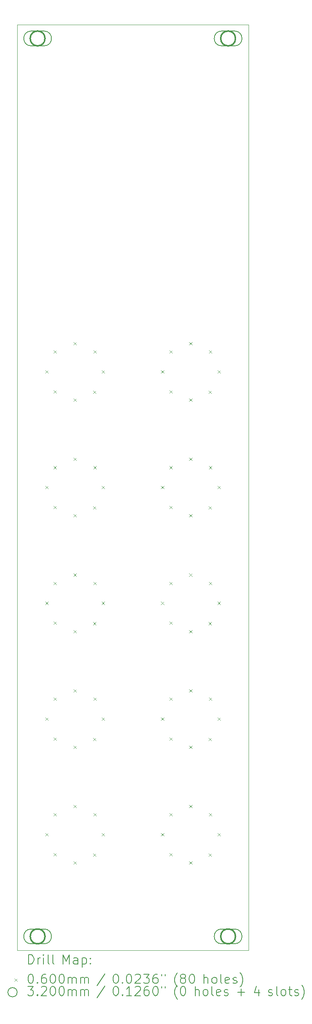
<source format=gbr>
%TF.GenerationSoftware,KiCad,Pcbnew,7.0.0-da2b9df05c~163~ubuntu22.04.1*%
%TF.CreationDate,2023-02-21T20:52:09-05:00*%
%TF.ProjectId,multiples_panel,6d756c74-6970-46c6-9573-5f70616e656c,rev?*%
%TF.SameCoordinates,Original*%
%TF.FileFunction,Drillmap*%
%TF.FilePolarity,Positive*%
%FSLAX45Y45*%
G04 Gerber Fmt 4.5, Leading zero omitted, Abs format (unit mm)*
G04 Created by KiCad (PCBNEW 7.0.0-da2b9df05c~163~ubuntu22.04.1) date 2023-02-21 20:52:09*
%MOMM*%
%LPD*%
G01*
G04 APERTURE LIST*
%ADD10C,0.050000*%
%ADD11C,0.200000*%
%ADD12C,0.060000*%
%ADD13C,0.320000*%
G04 APERTURE END LIST*
D10*
X10000000Y-21500000D02*
X10000000Y-1500000D01*
X15000000Y-21500000D02*
X10000000Y-21500000D01*
X10000000Y-1500000D02*
X15000000Y-1500000D01*
X15000000Y-1500000D02*
X15000000Y-21500000D01*
D11*
D12*
X10610000Y-8970000D02*
X10670000Y-9030000D01*
X10670000Y-8970000D02*
X10610000Y-9030000D01*
X10610000Y-11470000D02*
X10670000Y-11530000D01*
X10670000Y-11470000D02*
X10610000Y-11530000D01*
X10610000Y-13970000D02*
X10670000Y-14030000D01*
X10670000Y-13970000D02*
X10610000Y-14030000D01*
X10610000Y-16470000D02*
X10670000Y-16530000D01*
X10670000Y-16470000D02*
X10610000Y-16530000D01*
X10610000Y-18970000D02*
X10670000Y-19030000D01*
X10670000Y-18970000D02*
X10610000Y-19030000D01*
X10790000Y-8540000D02*
X10850000Y-8600000D01*
X10850000Y-8540000D02*
X10790000Y-8600000D01*
X10790000Y-9400000D02*
X10850000Y-9460000D01*
X10850000Y-9400000D02*
X10790000Y-9460000D01*
X10790000Y-11040000D02*
X10850000Y-11100000D01*
X10850000Y-11040000D02*
X10790000Y-11100000D01*
X10790000Y-11900000D02*
X10850000Y-11960000D01*
X10850000Y-11900000D02*
X10790000Y-11960000D01*
X10790000Y-13540000D02*
X10850000Y-13600000D01*
X10850000Y-13540000D02*
X10790000Y-13600000D01*
X10790000Y-14400000D02*
X10850000Y-14460000D01*
X10850000Y-14400000D02*
X10790000Y-14460000D01*
X10790000Y-16040000D02*
X10850000Y-16100000D01*
X10850000Y-16040000D02*
X10790000Y-16100000D01*
X10790000Y-16900000D02*
X10850000Y-16960000D01*
X10850000Y-16900000D02*
X10790000Y-16960000D01*
X10790000Y-18540000D02*
X10850000Y-18600000D01*
X10850000Y-18540000D02*
X10790000Y-18600000D01*
X10790000Y-19400000D02*
X10850000Y-19460000D01*
X10850000Y-19400000D02*
X10790000Y-19460000D01*
X11220000Y-8360000D02*
X11280000Y-8420000D01*
X11280000Y-8360000D02*
X11220000Y-8420000D01*
X11220000Y-9580000D02*
X11280000Y-9640000D01*
X11280000Y-9580000D02*
X11220000Y-9640000D01*
X11220000Y-10860000D02*
X11280000Y-10920000D01*
X11280000Y-10860000D02*
X11220000Y-10920000D01*
X11220000Y-12080000D02*
X11280000Y-12140000D01*
X11280000Y-12080000D02*
X11220000Y-12140000D01*
X11220000Y-13360000D02*
X11280000Y-13420000D01*
X11280000Y-13360000D02*
X11220000Y-13420000D01*
X11220000Y-14580000D02*
X11280000Y-14640000D01*
X11280000Y-14580000D02*
X11220000Y-14640000D01*
X11220000Y-15860000D02*
X11280000Y-15920000D01*
X11280000Y-15860000D02*
X11220000Y-15920000D01*
X11220000Y-17080000D02*
X11280000Y-17140000D01*
X11280000Y-17080000D02*
X11220000Y-17140000D01*
X11220000Y-18360000D02*
X11280000Y-18420000D01*
X11280000Y-18360000D02*
X11220000Y-18420000D01*
X11220000Y-19580000D02*
X11280000Y-19640000D01*
X11280000Y-19580000D02*
X11220000Y-19640000D01*
X11640000Y-9410000D02*
X11700000Y-9470000D01*
X11700000Y-9410000D02*
X11640000Y-9470000D01*
X11640000Y-11910000D02*
X11700000Y-11970000D01*
X11700000Y-11910000D02*
X11640000Y-11970000D01*
X11640000Y-14410000D02*
X11700000Y-14470000D01*
X11700000Y-14410000D02*
X11640000Y-14470000D01*
X11640000Y-16910000D02*
X11700000Y-16970000D01*
X11700000Y-16910000D02*
X11640000Y-16970000D01*
X11640000Y-19410000D02*
X11700000Y-19470000D01*
X11700000Y-19410000D02*
X11640000Y-19470000D01*
X11650000Y-8540000D02*
X11710000Y-8600000D01*
X11710000Y-8540000D02*
X11650000Y-8600000D01*
X11650000Y-11040000D02*
X11710000Y-11100000D01*
X11710000Y-11040000D02*
X11650000Y-11100000D01*
X11650000Y-13540000D02*
X11710000Y-13600000D01*
X11710000Y-13540000D02*
X11650000Y-13600000D01*
X11650000Y-16040000D02*
X11710000Y-16100000D01*
X11710000Y-16040000D02*
X11650000Y-16100000D01*
X11650000Y-18540000D02*
X11710000Y-18600000D01*
X11710000Y-18540000D02*
X11650000Y-18600000D01*
X11830000Y-8970000D02*
X11890000Y-9030000D01*
X11890000Y-8970000D02*
X11830000Y-9030000D01*
X11830000Y-11470000D02*
X11890000Y-11530000D01*
X11890000Y-11470000D02*
X11830000Y-11530000D01*
X11830000Y-13970000D02*
X11890000Y-14030000D01*
X11890000Y-13970000D02*
X11830000Y-14030000D01*
X11830000Y-16470000D02*
X11890000Y-16530000D01*
X11890000Y-16470000D02*
X11830000Y-16530000D01*
X11830000Y-18970000D02*
X11890000Y-19030000D01*
X11890000Y-18970000D02*
X11830000Y-19030000D01*
X13110000Y-8970000D02*
X13170000Y-9030000D01*
X13170000Y-8970000D02*
X13110000Y-9030000D01*
X13110000Y-11470000D02*
X13170000Y-11530000D01*
X13170000Y-11470000D02*
X13110000Y-11530000D01*
X13110000Y-13970000D02*
X13170000Y-14030000D01*
X13170000Y-13970000D02*
X13110000Y-14030000D01*
X13110000Y-16470000D02*
X13170000Y-16530000D01*
X13170000Y-16470000D02*
X13110000Y-16530000D01*
X13110000Y-18970000D02*
X13170000Y-19030000D01*
X13170000Y-18970000D02*
X13110000Y-19030000D01*
X13290000Y-8540000D02*
X13350000Y-8600000D01*
X13350000Y-8540000D02*
X13290000Y-8600000D01*
X13290000Y-9400000D02*
X13350000Y-9460000D01*
X13350000Y-9400000D02*
X13290000Y-9460000D01*
X13290000Y-11040000D02*
X13350000Y-11100000D01*
X13350000Y-11040000D02*
X13290000Y-11100000D01*
X13290000Y-11900000D02*
X13350000Y-11960000D01*
X13350000Y-11900000D02*
X13290000Y-11960000D01*
X13290000Y-13540000D02*
X13350000Y-13600000D01*
X13350000Y-13540000D02*
X13290000Y-13600000D01*
X13290000Y-14400000D02*
X13350000Y-14460000D01*
X13350000Y-14400000D02*
X13290000Y-14460000D01*
X13290000Y-16040000D02*
X13350000Y-16100000D01*
X13350000Y-16040000D02*
X13290000Y-16100000D01*
X13290000Y-16900000D02*
X13350000Y-16960000D01*
X13350000Y-16900000D02*
X13290000Y-16960000D01*
X13290000Y-18540000D02*
X13350000Y-18600000D01*
X13350000Y-18540000D02*
X13290000Y-18600000D01*
X13290000Y-19400000D02*
X13350000Y-19460000D01*
X13350000Y-19400000D02*
X13290000Y-19460000D01*
X13720000Y-8360000D02*
X13780000Y-8420000D01*
X13780000Y-8360000D02*
X13720000Y-8420000D01*
X13720000Y-9580000D02*
X13780000Y-9640000D01*
X13780000Y-9580000D02*
X13720000Y-9640000D01*
X13720000Y-10860000D02*
X13780000Y-10920000D01*
X13780000Y-10860000D02*
X13720000Y-10920000D01*
X13720000Y-12080000D02*
X13780000Y-12140000D01*
X13780000Y-12080000D02*
X13720000Y-12140000D01*
X13720000Y-13360000D02*
X13780000Y-13420000D01*
X13780000Y-13360000D02*
X13720000Y-13420000D01*
X13720000Y-14580000D02*
X13780000Y-14640000D01*
X13780000Y-14580000D02*
X13720000Y-14640000D01*
X13720000Y-15860000D02*
X13780000Y-15920000D01*
X13780000Y-15860000D02*
X13720000Y-15920000D01*
X13720000Y-17080000D02*
X13780000Y-17140000D01*
X13780000Y-17080000D02*
X13720000Y-17140000D01*
X13720000Y-18360000D02*
X13780000Y-18420000D01*
X13780000Y-18360000D02*
X13720000Y-18420000D01*
X13720000Y-19580000D02*
X13780000Y-19640000D01*
X13780000Y-19580000D02*
X13720000Y-19640000D01*
X14140000Y-9410000D02*
X14200000Y-9470000D01*
X14200000Y-9410000D02*
X14140000Y-9470000D01*
X14140000Y-11910000D02*
X14200000Y-11970000D01*
X14200000Y-11910000D02*
X14140000Y-11970000D01*
X14140000Y-14410000D02*
X14200000Y-14470000D01*
X14200000Y-14410000D02*
X14140000Y-14470000D01*
X14140000Y-16910000D02*
X14200000Y-16970000D01*
X14200000Y-16910000D02*
X14140000Y-16970000D01*
X14140000Y-19410000D02*
X14200000Y-19470000D01*
X14200000Y-19410000D02*
X14140000Y-19470000D01*
X14150000Y-8540000D02*
X14210000Y-8600000D01*
X14210000Y-8540000D02*
X14150000Y-8600000D01*
X14150000Y-11040000D02*
X14210000Y-11100000D01*
X14210000Y-11040000D02*
X14150000Y-11100000D01*
X14150000Y-13540000D02*
X14210000Y-13600000D01*
X14210000Y-13540000D02*
X14150000Y-13600000D01*
X14150000Y-16040000D02*
X14210000Y-16100000D01*
X14210000Y-16040000D02*
X14150000Y-16100000D01*
X14150000Y-18540000D02*
X14210000Y-18600000D01*
X14210000Y-18540000D02*
X14150000Y-18600000D01*
X14330000Y-8970000D02*
X14390000Y-9030000D01*
X14390000Y-8970000D02*
X14330000Y-9030000D01*
X14330000Y-11470000D02*
X14390000Y-11530000D01*
X14390000Y-11470000D02*
X14330000Y-11530000D01*
X14330000Y-13970000D02*
X14390000Y-14030000D01*
X14390000Y-13970000D02*
X14330000Y-14030000D01*
X14330000Y-16470000D02*
X14390000Y-16530000D01*
X14390000Y-16470000D02*
X14330000Y-16530000D01*
X14330000Y-18970000D02*
X14390000Y-19030000D01*
X14390000Y-18970000D02*
X14330000Y-19030000D01*
D13*
X10600000Y-1800000D02*
G75*
G03*
X10600000Y-1800000I-160000J0D01*
G01*
D11*
X10300000Y-1960000D02*
X10580000Y-1960000D01*
X10580000Y-1960000D02*
G75*
G03*
X10580000Y-1640000I0J160000D01*
G01*
X10580000Y-1640000D02*
X10300000Y-1640000D01*
X10300000Y-1640000D02*
G75*
G03*
X10300000Y-1960000I0J-160000D01*
G01*
D13*
X10600000Y-21200000D02*
G75*
G03*
X10600000Y-21200000I-160000J0D01*
G01*
D11*
X10300000Y-21360000D02*
X10580000Y-21360000D01*
X10580000Y-21360000D02*
G75*
G03*
X10580000Y-21040000I0J160000D01*
G01*
X10580000Y-21040000D02*
X10300000Y-21040000D01*
X10300000Y-21040000D02*
G75*
G03*
X10300000Y-21360000I0J-160000D01*
G01*
D13*
X14720000Y-1800000D02*
G75*
G03*
X14720000Y-1800000I-160000J0D01*
G01*
D11*
X14700000Y-1640000D02*
X14420000Y-1640000D01*
X14420000Y-1640000D02*
G75*
G03*
X14420000Y-1960000I0J-160000D01*
G01*
X14420000Y-1960000D02*
X14700000Y-1960000D01*
X14700000Y-1960000D02*
G75*
G03*
X14700000Y-1640000I0J160000D01*
G01*
D13*
X14720000Y-21200000D02*
G75*
G03*
X14720000Y-21200000I-160000J0D01*
G01*
D11*
X14700000Y-21040000D02*
X14420000Y-21040000D01*
X14420000Y-21040000D02*
G75*
G03*
X14420000Y-21360000I0J-160000D01*
G01*
X14420000Y-21360000D02*
X14700000Y-21360000D01*
X14700000Y-21360000D02*
G75*
G03*
X14700000Y-21040000I0J160000D01*
G01*
X10245119Y-21795976D02*
X10245119Y-21595976D01*
X10245119Y-21595976D02*
X10292738Y-21595976D01*
X10292738Y-21595976D02*
X10321310Y-21605500D01*
X10321310Y-21605500D02*
X10340357Y-21624548D01*
X10340357Y-21624548D02*
X10349881Y-21643595D01*
X10349881Y-21643595D02*
X10359405Y-21681690D01*
X10359405Y-21681690D02*
X10359405Y-21710262D01*
X10359405Y-21710262D02*
X10349881Y-21748357D01*
X10349881Y-21748357D02*
X10340357Y-21767405D01*
X10340357Y-21767405D02*
X10321310Y-21786452D01*
X10321310Y-21786452D02*
X10292738Y-21795976D01*
X10292738Y-21795976D02*
X10245119Y-21795976D01*
X10445119Y-21795976D02*
X10445119Y-21662643D01*
X10445119Y-21700738D02*
X10454643Y-21681690D01*
X10454643Y-21681690D02*
X10464167Y-21672167D01*
X10464167Y-21672167D02*
X10483214Y-21662643D01*
X10483214Y-21662643D02*
X10502262Y-21662643D01*
X10568929Y-21795976D02*
X10568929Y-21662643D01*
X10568929Y-21595976D02*
X10559405Y-21605500D01*
X10559405Y-21605500D02*
X10568929Y-21615024D01*
X10568929Y-21615024D02*
X10578452Y-21605500D01*
X10578452Y-21605500D02*
X10568929Y-21595976D01*
X10568929Y-21595976D02*
X10568929Y-21615024D01*
X10692738Y-21795976D02*
X10673690Y-21786452D01*
X10673690Y-21786452D02*
X10664167Y-21767405D01*
X10664167Y-21767405D02*
X10664167Y-21595976D01*
X10797500Y-21795976D02*
X10778452Y-21786452D01*
X10778452Y-21786452D02*
X10768929Y-21767405D01*
X10768929Y-21767405D02*
X10768929Y-21595976D01*
X10993690Y-21795976D02*
X10993690Y-21595976D01*
X10993690Y-21595976D02*
X11060357Y-21738833D01*
X11060357Y-21738833D02*
X11127024Y-21595976D01*
X11127024Y-21595976D02*
X11127024Y-21795976D01*
X11307976Y-21795976D02*
X11307976Y-21691214D01*
X11307976Y-21691214D02*
X11298452Y-21672167D01*
X11298452Y-21672167D02*
X11279405Y-21662643D01*
X11279405Y-21662643D02*
X11241309Y-21662643D01*
X11241309Y-21662643D02*
X11222262Y-21672167D01*
X11307976Y-21786452D02*
X11288928Y-21795976D01*
X11288928Y-21795976D02*
X11241309Y-21795976D01*
X11241309Y-21795976D02*
X11222262Y-21786452D01*
X11222262Y-21786452D02*
X11212738Y-21767405D01*
X11212738Y-21767405D02*
X11212738Y-21748357D01*
X11212738Y-21748357D02*
X11222262Y-21729310D01*
X11222262Y-21729310D02*
X11241309Y-21719786D01*
X11241309Y-21719786D02*
X11288928Y-21719786D01*
X11288928Y-21719786D02*
X11307976Y-21710262D01*
X11403214Y-21662643D02*
X11403214Y-21862643D01*
X11403214Y-21672167D02*
X11422262Y-21662643D01*
X11422262Y-21662643D02*
X11460357Y-21662643D01*
X11460357Y-21662643D02*
X11479405Y-21672167D01*
X11479405Y-21672167D02*
X11488928Y-21681690D01*
X11488928Y-21681690D02*
X11498452Y-21700738D01*
X11498452Y-21700738D02*
X11498452Y-21757881D01*
X11498452Y-21757881D02*
X11488928Y-21776929D01*
X11488928Y-21776929D02*
X11479405Y-21786452D01*
X11479405Y-21786452D02*
X11460357Y-21795976D01*
X11460357Y-21795976D02*
X11422262Y-21795976D01*
X11422262Y-21795976D02*
X11403214Y-21786452D01*
X11584167Y-21776929D02*
X11593690Y-21786452D01*
X11593690Y-21786452D02*
X11584167Y-21795976D01*
X11584167Y-21795976D02*
X11574643Y-21786452D01*
X11574643Y-21786452D02*
X11584167Y-21776929D01*
X11584167Y-21776929D02*
X11584167Y-21795976D01*
X11584167Y-21672167D02*
X11593690Y-21681690D01*
X11593690Y-21681690D02*
X11584167Y-21691214D01*
X11584167Y-21691214D02*
X11574643Y-21681690D01*
X11574643Y-21681690D02*
X11584167Y-21672167D01*
X11584167Y-21672167D02*
X11584167Y-21691214D01*
D12*
X9937500Y-22112500D02*
X9997500Y-22172500D01*
X9997500Y-22112500D02*
X9937500Y-22172500D01*
D11*
X10283214Y-22015976D02*
X10302262Y-22015976D01*
X10302262Y-22015976D02*
X10321310Y-22025500D01*
X10321310Y-22025500D02*
X10330833Y-22035024D01*
X10330833Y-22035024D02*
X10340357Y-22054071D01*
X10340357Y-22054071D02*
X10349881Y-22092167D01*
X10349881Y-22092167D02*
X10349881Y-22139786D01*
X10349881Y-22139786D02*
X10340357Y-22177881D01*
X10340357Y-22177881D02*
X10330833Y-22196929D01*
X10330833Y-22196929D02*
X10321310Y-22206452D01*
X10321310Y-22206452D02*
X10302262Y-22215976D01*
X10302262Y-22215976D02*
X10283214Y-22215976D01*
X10283214Y-22215976D02*
X10264167Y-22206452D01*
X10264167Y-22206452D02*
X10254643Y-22196929D01*
X10254643Y-22196929D02*
X10245119Y-22177881D01*
X10245119Y-22177881D02*
X10235595Y-22139786D01*
X10235595Y-22139786D02*
X10235595Y-22092167D01*
X10235595Y-22092167D02*
X10245119Y-22054071D01*
X10245119Y-22054071D02*
X10254643Y-22035024D01*
X10254643Y-22035024D02*
X10264167Y-22025500D01*
X10264167Y-22025500D02*
X10283214Y-22015976D01*
X10435595Y-22196929D02*
X10445119Y-22206452D01*
X10445119Y-22206452D02*
X10435595Y-22215976D01*
X10435595Y-22215976D02*
X10426071Y-22206452D01*
X10426071Y-22206452D02*
X10435595Y-22196929D01*
X10435595Y-22196929D02*
X10435595Y-22215976D01*
X10616548Y-22015976D02*
X10578452Y-22015976D01*
X10578452Y-22015976D02*
X10559405Y-22025500D01*
X10559405Y-22025500D02*
X10549881Y-22035024D01*
X10549881Y-22035024D02*
X10530833Y-22063595D01*
X10530833Y-22063595D02*
X10521310Y-22101690D01*
X10521310Y-22101690D02*
X10521310Y-22177881D01*
X10521310Y-22177881D02*
X10530833Y-22196929D01*
X10530833Y-22196929D02*
X10540357Y-22206452D01*
X10540357Y-22206452D02*
X10559405Y-22215976D01*
X10559405Y-22215976D02*
X10597500Y-22215976D01*
X10597500Y-22215976D02*
X10616548Y-22206452D01*
X10616548Y-22206452D02*
X10626071Y-22196929D01*
X10626071Y-22196929D02*
X10635595Y-22177881D01*
X10635595Y-22177881D02*
X10635595Y-22130262D01*
X10635595Y-22130262D02*
X10626071Y-22111214D01*
X10626071Y-22111214D02*
X10616548Y-22101690D01*
X10616548Y-22101690D02*
X10597500Y-22092167D01*
X10597500Y-22092167D02*
X10559405Y-22092167D01*
X10559405Y-22092167D02*
X10540357Y-22101690D01*
X10540357Y-22101690D02*
X10530833Y-22111214D01*
X10530833Y-22111214D02*
X10521310Y-22130262D01*
X10759405Y-22015976D02*
X10778452Y-22015976D01*
X10778452Y-22015976D02*
X10797500Y-22025500D01*
X10797500Y-22025500D02*
X10807024Y-22035024D01*
X10807024Y-22035024D02*
X10816548Y-22054071D01*
X10816548Y-22054071D02*
X10826071Y-22092167D01*
X10826071Y-22092167D02*
X10826071Y-22139786D01*
X10826071Y-22139786D02*
X10816548Y-22177881D01*
X10816548Y-22177881D02*
X10807024Y-22196929D01*
X10807024Y-22196929D02*
X10797500Y-22206452D01*
X10797500Y-22206452D02*
X10778452Y-22215976D01*
X10778452Y-22215976D02*
X10759405Y-22215976D01*
X10759405Y-22215976D02*
X10740357Y-22206452D01*
X10740357Y-22206452D02*
X10730833Y-22196929D01*
X10730833Y-22196929D02*
X10721310Y-22177881D01*
X10721310Y-22177881D02*
X10711786Y-22139786D01*
X10711786Y-22139786D02*
X10711786Y-22092167D01*
X10711786Y-22092167D02*
X10721310Y-22054071D01*
X10721310Y-22054071D02*
X10730833Y-22035024D01*
X10730833Y-22035024D02*
X10740357Y-22025500D01*
X10740357Y-22025500D02*
X10759405Y-22015976D01*
X10949881Y-22015976D02*
X10968929Y-22015976D01*
X10968929Y-22015976D02*
X10987976Y-22025500D01*
X10987976Y-22025500D02*
X10997500Y-22035024D01*
X10997500Y-22035024D02*
X11007024Y-22054071D01*
X11007024Y-22054071D02*
X11016548Y-22092167D01*
X11016548Y-22092167D02*
X11016548Y-22139786D01*
X11016548Y-22139786D02*
X11007024Y-22177881D01*
X11007024Y-22177881D02*
X10997500Y-22196929D01*
X10997500Y-22196929D02*
X10987976Y-22206452D01*
X10987976Y-22206452D02*
X10968929Y-22215976D01*
X10968929Y-22215976D02*
X10949881Y-22215976D01*
X10949881Y-22215976D02*
X10930833Y-22206452D01*
X10930833Y-22206452D02*
X10921310Y-22196929D01*
X10921310Y-22196929D02*
X10911786Y-22177881D01*
X10911786Y-22177881D02*
X10902262Y-22139786D01*
X10902262Y-22139786D02*
X10902262Y-22092167D01*
X10902262Y-22092167D02*
X10911786Y-22054071D01*
X10911786Y-22054071D02*
X10921310Y-22035024D01*
X10921310Y-22035024D02*
X10930833Y-22025500D01*
X10930833Y-22025500D02*
X10949881Y-22015976D01*
X11102262Y-22215976D02*
X11102262Y-22082643D01*
X11102262Y-22101690D02*
X11111786Y-22092167D01*
X11111786Y-22092167D02*
X11130833Y-22082643D01*
X11130833Y-22082643D02*
X11159405Y-22082643D01*
X11159405Y-22082643D02*
X11178452Y-22092167D01*
X11178452Y-22092167D02*
X11187976Y-22111214D01*
X11187976Y-22111214D02*
X11187976Y-22215976D01*
X11187976Y-22111214D02*
X11197500Y-22092167D01*
X11197500Y-22092167D02*
X11216548Y-22082643D01*
X11216548Y-22082643D02*
X11245119Y-22082643D01*
X11245119Y-22082643D02*
X11264167Y-22092167D01*
X11264167Y-22092167D02*
X11273690Y-22111214D01*
X11273690Y-22111214D02*
X11273690Y-22215976D01*
X11368929Y-22215976D02*
X11368929Y-22082643D01*
X11368929Y-22101690D02*
X11378452Y-22092167D01*
X11378452Y-22092167D02*
X11397500Y-22082643D01*
X11397500Y-22082643D02*
X11426071Y-22082643D01*
X11426071Y-22082643D02*
X11445119Y-22092167D01*
X11445119Y-22092167D02*
X11454643Y-22111214D01*
X11454643Y-22111214D02*
X11454643Y-22215976D01*
X11454643Y-22111214D02*
X11464167Y-22092167D01*
X11464167Y-22092167D02*
X11483214Y-22082643D01*
X11483214Y-22082643D02*
X11511786Y-22082643D01*
X11511786Y-22082643D02*
X11530833Y-22092167D01*
X11530833Y-22092167D02*
X11540357Y-22111214D01*
X11540357Y-22111214D02*
X11540357Y-22215976D01*
X11898452Y-22006452D02*
X11727024Y-22263595D01*
X12123214Y-22015976D02*
X12142262Y-22015976D01*
X12142262Y-22015976D02*
X12161310Y-22025500D01*
X12161310Y-22025500D02*
X12170833Y-22035024D01*
X12170833Y-22035024D02*
X12180357Y-22054071D01*
X12180357Y-22054071D02*
X12189881Y-22092167D01*
X12189881Y-22092167D02*
X12189881Y-22139786D01*
X12189881Y-22139786D02*
X12180357Y-22177881D01*
X12180357Y-22177881D02*
X12170833Y-22196929D01*
X12170833Y-22196929D02*
X12161310Y-22206452D01*
X12161310Y-22206452D02*
X12142262Y-22215976D01*
X12142262Y-22215976D02*
X12123214Y-22215976D01*
X12123214Y-22215976D02*
X12104167Y-22206452D01*
X12104167Y-22206452D02*
X12094643Y-22196929D01*
X12094643Y-22196929D02*
X12085119Y-22177881D01*
X12085119Y-22177881D02*
X12075595Y-22139786D01*
X12075595Y-22139786D02*
X12075595Y-22092167D01*
X12075595Y-22092167D02*
X12085119Y-22054071D01*
X12085119Y-22054071D02*
X12094643Y-22035024D01*
X12094643Y-22035024D02*
X12104167Y-22025500D01*
X12104167Y-22025500D02*
X12123214Y-22015976D01*
X12275595Y-22196929D02*
X12285119Y-22206452D01*
X12285119Y-22206452D02*
X12275595Y-22215976D01*
X12275595Y-22215976D02*
X12266071Y-22206452D01*
X12266071Y-22206452D02*
X12275595Y-22196929D01*
X12275595Y-22196929D02*
X12275595Y-22215976D01*
X12408929Y-22015976D02*
X12427976Y-22015976D01*
X12427976Y-22015976D02*
X12447024Y-22025500D01*
X12447024Y-22025500D02*
X12456548Y-22035024D01*
X12456548Y-22035024D02*
X12466071Y-22054071D01*
X12466071Y-22054071D02*
X12475595Y-22092167D01*
X12475595Y-22092167D02*
X12475595Y-22139786D01*
X12475595Y-22139786D02*
X12466071Y-22177881D01*
X12466071Y-22177881D02*
X12456548Y-22196929D01*
X12456548Y-22196929D02*
X12447024Y-22206452D01*
X12447024Y-22206452D02*
X12427976Y-22215976D01*
X12427976Y-22215976D02*
X12408929Y-22215976D01*
X12408929Y-22215976D02*
X12389881Y-22206452D01*
X12389881Y-22206452D02*
X12380357Y-22196929D01*
X12380357Y-22196929D02*
X12370833Y-22177881D01*
X12370833Y-22177881D02*
X12361310Y-22139786D01*
X12361310Y-22139786D02*
X12361310Y-22092167D01*
X12361310Y-22092167D02*
X12370833Y-22054071D01*
X12370833Y-22054071D02*
X12380357Y-22035024D01*
X12380357Y-22035024D02*
X12389881Y-22025500D01*
X12389881Y-22025500D02*
X12408929Y-22015976D01*
X12551786Y-22035024D02*
X12561310Y-22025500D01*
X12561310Y-22025500D02*
X12580357Y-22015976D01*
X12580357Y-22015976D02*
X12627976Y-22015976D01*
X12627976Y-22015976D02*
X12647024Y-22025500D01*
X12647024Y-22025500D02*
X12656548Y-22035024D01*
X12656548Y-22035024D02*
X12666071Y-22054071D01*
X12666071Y-22054071D02*
X12666071Y-22073119D01*
X12666071Y-22073119D02*
X12656548Y-22101690D01*
X12656548Y-22101690D02*
X12542262Y-22215976D01*
X12542262Y-22215976D02*
X12666071Y-22215976D01*
X12732738Y-22015976D02*
X12856548Y-22015976D01*
X12856548Y-22015976D02*
X12789881Y-22092167D01*
X12789881Y-22092167D02*
X12818452Y-22092167D01*
X12818452Y-22092167D02*
X12837500Y-22101690D01*
X12837500Y-22101690D02*
X12847024Y-22111214D01*
X12847024Y-22111214D02*
X12856548Y-22130262D01*
X12856548Y-22130262D02*
X12856548Y-22177881D01*
X12856548Y-22177881D02*
X12847024Y-22196929D01*
X12847024Y-22196929D02*
X12837500Y-22206452D01*
X12837500Y-22206452D02*
X12818452Y-22215976D01*
X12818452Y-22215976D02*
X12761310Y-22215976D01*
X12761310Y-22215976D02*
X12742262Y-22206452D01*
X12742262Y-22206452D02*
X12732738Y-22196929D01*
X13027976Y-22015976D02*
X12989881Y-22015976D01*
X12989881Y-22015976D02*
X12970833Y-22025500D01*
X12970833Y-22025500D02*
X12961310Y-22035024D01*
X12961310Y-22035024D02*
X12942262Y-22063595D01*
X12942262Y-22063595D02*
X12932738Y-22101690D01*
X12932738Y-22101690D02*
X12932738Y-22177881D01*
X12932738Y-22177881D02*
X12942262Y-22196929D01*
X12942262Y-22196929D02*
X12951786Y-22206452D01*
X12951786Y-22206452D02*
X12970833Y-22215976D01*
X12970833Y-22215976D02*
X13008929Y-22215976D01*
X13008929Y-22215976D02*
X13027976Y-22206452D01*
X13027976Y-22206452D02*
X13037500Y-22196929D01*
X13037500Y-22196929D02*
X13047024Y-22177881D01*
X13047024Y-22177881D02*
X13047024Y-22130262D01*
X13047024Y-22130262D02*
X13037500Y-22111214D01*
X13037500Y-22111214D02*
X13027976Y-22101690D01*
X13027976Y-22101690D02*
X13008929Y-22092167D01*
X13008929Y-22092167D02*
X12970833Y-22092167D01*
X12970833Y-22092167D02*
X12951786Y-22101690D01*
X12951786Y-22101690D02*
X12942262Y-22111214D01*
X12942262Y-22111214D02*
X12932738Y-22130262D01*
X13123214Y-22015976D02*
X13123214Y-22054071D01*
X13199405Y-22015976D02*
X13199405Y-22054071D01*
X13462262Y-22292167D02*
X13452738Y-22282643D01*
X13452738Y-22282643D02*
X13433691Y-22254071D01*
X13433691Y-22254071D02*
X13424167Y-22235024D01*
X13424167Y-22235024D02*
X13414643Y-22206452D01*
X13414643Y-22206452D02*
X13405119Y-22158833D01*
X13405119Y-22158833D02*
X13405119Y-22120738D01*
X13405119Y-22120738D02*
X13414643Y-22073119D01*
X13414643Y-22073119D02*
X13424167Y-22044548D01*
X13424167Y-22044548D02*
X13433691Y-22025500D01*
X13433691Y-22025500D02*
X13452738Y-21996929D01*
X13452738Y-21996929D02*
X13462262Y-21987405D01*
X13567024Y-22101690D02*
X13547976Y-22092167D01*
X13547976Y-22092167D02*
X13538452Y-22082643D01*
X13538452Y-22082643D02*
X13528929Y-22063595D01*
X13528929Y-22063595D02*
X13528929Y-22054071D01*
X13528929Y-22054071D02*
X13538452Y-22035024D01*
X13538452Y-22035024D02*
X13547976Y-22025500D01*
X13547976Y-22025500D02*
X13567024Y-22015976D01*
X13567024Y-22015976D02*
X13605119Y-22015976D01*
X13605119Y-22015976D02*
X13624167Y-22025500D01*
X13624167Y-22025500D02*
X13633691Y-22035024D01*
X13633691Y-22035024D02*
X13643214Y-22054071D01*
X13643214Y-22054071D02*
X13643214Y-22063595D01*
X13643214Y-22063595D02*
X13633691Y-22082643D01*
X13633691Y-22082643D02*
X13624167Y-22092167D01*
X13624167Y-22092167D02*
X13605119Y-22101690D01*
X13605119Y-22101690D02*
X13567024Y-22101690D01*
X13567024Y-22101690D02*
X13547976Y-22111214D01*
X13547976Y-22111214D02*
X13538452Y-22120738D01*
X13538452Y-22120738D02*
X13528929Y-22139786D01*
X13528929Y-22139786D02*
X13528929Y-22177881D01*
X13528929Y-22177881D02*
X13538452Y-22196929D01*
X13538452Y-22196929D02*
X13547976Y-22206452D01*
X13547976Y-22206452D02*
X13567024Y-22215976D01*
X13567024Y-22215976D02*
X13605119Y-22215976D01*
X13605119Y-22215976D02*
X13624167Y-22206452D01*
X13624167Y-22206452D02*
X13633691Y-22196929D01*
X13633691Y-22196929D02*
X13643214Y-22177881D01*
X13643214Y-22177881D02*
X13643214Y-22139786D01*
X13643214Y-22139786D02*
X13633691Y-22120738D01*
X13633691Y-22120738D02*
X13624167Y-22111214D01*
X13624167Y-22111214D02*
X13605119Y-22101690D01*
X13767024Y-22015976D02*
X13786072Y-22015976D01*
X13786072Y-22015976D02*
X13805119Y-22025500D01*
X13805119Y-22025500D02*
X13814643Y-22035024D01*
X13814643Y-22035024D02*
X13824167Y-22054071D01*
X13824167Y-22054071D02*
X13833691Y-22092167D01*
X13833691Y-22092167D02*
X13833691Y-22139786D01*
X13833691Y-22139786D02*
X13824167Y-22177881D01*
X13824167Y-22177881D02*
X13814643Y-22196929D01*
X13814643Y-22196929D02*
X13805119Y-22206452D01*
X13805119Y-22206452D02*
X13786072Y-22215976D01*
X13786072Y-22215976D02*
X13767024Y-22215976D01*
X13767024Y-22215976D02*
X13747976Y-22206452D01*
X13747976Y-22206452D02*
X13738452Y-22196929D01*
X13738452Y-22196929D02*
X13728929Y-22177881D01*
X13728929Y-22177881D02*
X13719405Y-22139786D01*
X13719405Y-22139786D02*
X13719405Y-22092167D01*
X13719405Y-22092167D02*
X13728929Y-22054071D01*
X13728929Y-22054071D02*
X13738452Y-22035024D01*
X13738452Y-22035024D02*
X13747976Y-22025500D01*
X13747976Y-22025500D02*
X13767024Y-22015976D01*
X14039405Y-22215976D02*
X14039405Y-22015976D01*
X14125119Y-22215976D02*
X14125119Y-22111214D01*
X14125119Y-22111214D02*
X14115595Y-22092167D01*
X14115595Y-22092167D02*
X14096548Y-22082643D01*
X14096548Y-22082643D02*
X14067976Y-22082643D01*
X14067976Y-22082643D02*
X14048929Y-22092167D01*
X14048929Y-22092167D02*
X14039405Y-22101690D01*
X14248929Y-22215976D02*
X14229881Y-22206452D01*
X14229881Y-22206452D02*
X14220357Y-22196929D01*
X14220357Y-22196929D02*
X14210833Y-22177881D01*
X14210833Y-22177881D02*
X14210833Y-22120738D01*
X14210833Y-22120738D02*
X14220357Y-22101690D01*
X14220357Y-22101690D02*
X14229881Y-22092167D01*
X14229881Y-22092167D02*
X14248929Y-22082643D01*
X14248929Y-22082643D02*
X14277500Y-22082643D01*
X14277500Y-22082643D02*
X14296548Y-22092167D01*
X14296548Y-22092167D02*
X14306072Y-22101690D01*
X14306072Y-22101690D02*
X14315595Y-22120738D01*
X14315595Y-22120738D02*
X14315595Y-22177881D01*
X14315595Y-22177881D02*
X14306072Y-22196929D01*
X14306072Y-22196929D02*
X14296548Y-22206452D01*
X14296548Y-22206452D02*
X14277500Y-22215976D01*
X14277500Y-22215976D02*
X14248929Y-22215976D01*
X14429881Y-22215976D02*
X14410833Y-22206452D01*
X14410833Y-22206452D02*
X14401310Y-22187405D01*
X14401310Y-22187405D02*
X14401310Y-22015976D01*
X14582262Y-22206452D02*
X14563214Y-22215976D01*
X14563214Y-22215976D02*
X14525119Y-22215976D01*
X14525119Y-22215976D02*
X14506072Y-22206452D01*
X14506072Y-22206452D02*
X14496548Y-22187405D01*
X14496548Y-22187405D02*
X14496548Y-22111214D01*
X14496548Y-22111214D02*
X14506072Y-22092167D01*
X14506072Y-22092167D02*
X14525119Y-22082643D01*
X14525119Y-22082643D02*
X14563214Y-22082643D01*
X14563214Y-22082643D02*
X14582262Y-22092167D01*
X14582262Y-22092167D02*
X14591786Y-22111214D01*
X14591786Y-22111214D02*
X14591786Y-22130262D01*
X14591786Y-22130262D02*
X14496548Y-22149310D01*
X14667976Y-22206452D02*
X14687024Y-22215976D01*
X14687024Y-22215976D02*
X14725119Y-22215976D01*
X14725119Y-22215976D02*
X14744167Y-22206452D01*
X14744167Y-22206452D02*
X14753691Y-22187405D01*
X14753691Y-22187405D02*
X14753691Y-22177881D01*
X14753691Y-22177881D02*
X14744167Y-22158833D01*
X14744167Y-22158833D02*
X14725119Y-22149310D01*
X14725119Y-22149310D02*
X14696548Y-22149310D01*
X14696548Y-22149310D02*
X14677500Y-22139786D01*
X14677500Y-22139786D02*
X14667976Y-22120738D01*
X14667976Y-22120738D02*
X14667976Y-22111214D01*
X14667976Y-22111214D02*
X14677500Y-22092167D01*
X14677500Y-22092167D02*
X14696548Y-22082643D01*
X14696548Y-22082643D02*
X14725119Y-22082643D01*
X14725119Y-22082643D02*
X14744167Y-22092167D01*
X14820357Y-22292167D02*
X14829881Y-22282643D01*
X14829881Y-22282643D02*
X14848929Y-22254071D01*
X14848929Y-22254071D02*
X14858453Y-22235024D01*
X14858453Y-22235024D02*
X14867976Y-22206452D01*
X14867976Y-22206452D02*
X14877500Y-22158833D01*
X14877500Y-22158833D02*
X14877500Y-22120738D01*
X14877500Y-22120738D02*
X14867976Y-22073119D01*
X14867976Y-22073119D02*
X14858453Y-22044548D01*
X14858453Y-22044548D02*
X14848929Y-22025500D01*
X14848929Y-22025500D02*
X14829881Y-21996929D01*
X14829881Y-21996929D02*
X14820357Y-21987405D01*
X9997500Y-22406500D02*
G75*
G03*
X9997500Y-22406500I-100000J0D01*
G01*
X10226071Y-22279976D02*
X10349881Y-22279976D01*
X10349881Y-22279976D02*
X10283214Y-22356167D01*
X10283214Y-22356167D02*
X10311786Y-22356167D01*
X10311786Y-22356167D02*
X10330833Y-22365690D01*
X10330833Y-22365690D02*
X10340357Y-22375214D01*
X10340357Y-22375214D02*
X10349881Y-22394262D01*
X10349881Y-22394262D02*
X10349881Y-22441881D01*
X10349881Y-22441881D02*
X10340357Y-22460928D01*
X10340357Y-22460928D02*
X10330833Y-22470452D01*
X10330833Y-22470452D02*
X10311786Y-22479976D01*
X10311786Y-22479976D02*
X10254643Y-22479976D01*
X10254643Y-22479976D02*
X10235595Y-22470452D01*
X10235595Y-22470452D02*
X10226071Y-22460928D01*
X10435595Y-22460928D02*
X10445119Y-22470452D01*
X10445119Y-22470452D02*
X10435595Y-22479976D01*
X10435595Y-22479976D02*
X10426071Y-22470452D01*
X10426071Y-22470452D02*
X10435595Y-22460928D01*
X10435595Y-22460928D02*
X10435595Y-22479976D01*
X10521310Y-22299024D02*
X10530833Y-22289500D01*
X10530833Y-22289500D02*
X10549881Y-22279976D01*
X10549881Y-22279976D02*
X10597500Y-22279976D01*
X10597500Y-22279976D02*
X10616548Y-22289500D01*
X10616548Y-22289500D02*
X10626071Y-22299024D01*
X10626071Y-22299024D02*
X10635595Y-22318071D01*
X10635595Y-22318071D02*
X10635595Y-22337119D01*
X10635595Y-22337119D02*
X10626071Y-22365690D01*
X10626071Y-22365690D02*
X10511786Y-22479976D01*
X10511786Y-22479976D02*
X10635595Y-22479976D01*
X10759405Y-22279976D02*
X10778452Y-22279976D01*
X10778452Y-22279976D02*
X10797500Y-22289500D01*
X10797500Y-22289500D02*
X10807024Y-22299024D01*
X10807024Y-22299024D02*
X10816548Y-22318071D01*
X10816548Y-22318071D02*
X10826071Y-22356167D01*
X10826071Y-22356167D02*
X10826071Y-22403786D01*
X10826071Y-22403786D02*
X10816548Y-22441881D01*
X10816548Y-22441881D02*
X10807024Y-22460928D01*
X10807024Y-22460928D02*
X10797500Y-22470452D01*
X10797500Y-22470452D02*
X10778452Y-22479976D01*
X10778452Y-22479976D02*
X10759405Y-22479976D01*
X10759405Y-22479976D02*
X10740357Y-22470452D01*
X10740357Y-22470452D02*
X10730833Y-22460928D01*
X10730833Y-22460928D02*
X10721310Y-22441881D01*
X10721310Y-22441881D02*
X10711786Y-22403786D01*
X10711786Y-22403786D02*
X10711786Y-22356167D01*
X10711786Y-22356167D02*
X10721310Y-22318071D01*
X10721310Y-22318071D02*
X10730833Y-22299024D01*
X10730833Y-22299024D02*
X10740357Y-22289500D01*
X10740357Y-22289500D02*
X10759405Y-22279976D01*
X10949881Y-22279976D02*
X10968929Y-22279976D01*
X10968929Y-22279976D02*
X10987976Y-22289500D01*
X10987976Y-22289500D02*
X10997500Y-22299024D01*
X10997500Y-22299024D02*
X11007024Y-22318071D01*
X11007024Y-22318071D02*
X11016548Y-22356167D01*
X11016548Y-22356167D02*
X11016548Y-22403786D01*
X11016548Y-22403786D02*
X11007024Y-22441881D01*
X11007024Y-22441881D02*
X10997500Y-22460928D01*
X10997500Y-22460928D02*
X10987976Y-22470452D01*
X10987976Y-22470452D02*
X10968929Y-22479976D01*
X10968929Y-22479976D02*
X10949881Y-22479976D01*
X10949881Y-22479976D02*
X10930833Y-22470452D01*
X10930833Y-22470452D02*
X10921310Y-22460928D01*
X10921310Y-22460928D02*
X10911786Y-22441881D01*
X10911786Y-22441881D02*
X10902262Y-22403786D01*
X10902262Y-22403786D02*
X10902262Y-22356167D01*
X10902262Y-22356167D02*
X10911786Y-22318071D01*
X10911786Y-22318071D02*
X10921310Y-22299024D01*
X10921310Y-22299024D02*
X10930833Y-22289500D01*
X10930833Y-22289500D02*
X10949881Y-22279976D01*
X11102262Y-22479976D02*
X11102262Y-22346643D01*
X11102262Y-22365690D02*
X11111786Y-22356167D01*
X11111786Y-22356167D02*
X11130833Y-22346643D01*
X11130833Y-22346643D02*
X11159405Y-22346643D01*
X11159405Y-22346643D02*
X11178452Y-22356167D01*
X11178452Y-22356167D02*
X11187976Y-22375214D01*
X11187976Y-22375214D02*
X11187976Y-22479976D01*
X11187976Y-22375214D02*
X11197500Y-22356167D01*
X11197500Y-22356167D02*
X11216548Y-22346643D01*
X11216548Y-22346643D02*
X11245119Y-22346643D01*
X11245119Y-22346643D02*
X11264167Y-22356167D01*
X11264167Y-22356167D02*
X11273690Y-22375214D01*
X11273690Y-22375214D02*
X11273690Y-22479976D01*
X11368929Y-22479976D02*
X11368929Y-22346643D01*
X11368929Y-22365690D02*
X11378452Y-22356167D01*
X11378452Y-22356167D02*
X11397500Y-22346643D01*
X11397500Y-22346643D02*
X11426071Y-22346643D01*
X11426071Y-22346643D02*
X11445119Y-22356167D01*
X11445119Y-22356167D02*
X11454643Y-22375214D01*
X11454643Y-22375214D02*
X11454643Y-22479976D01*
X11454643Y-22375214D02*
X11464167Y-22356167D01*
X11464167Y-22356167D02*
X11483214Y-22346643D01*
X11483214Y-22346643D02*
X11511786Y-22346643D01*
X11511786Y-22346643D02*
X11530833Y-22356167D01*
X11530833Y-22356167D02*
X11540357Y-22375214D01*
X11540357Y-22375214D02*
X11540357Y-22479976D01*
X11898452Y-22270452D02*
X11727024Y-22527595D01*
X12123214Y-22279976D02*
X12142262Y-22279976D01*
X12142262Y-22279976D02*
X12161310Y-22289500D01*
X12161310Y-22289500D02*
X12170833Y-22299024D01*
X12170833Y-22299024D02*
X12180357Y-22318071D01*
X12180357Y-22318071D02*
X12189881Y-22356167D01*
X12189881Y-22356167D02*
X12189881Y-22403786D01*
X12189881Y-22403786D02*
X12180357Y-22441881D01*
X12180357Y-22441881D02*
X12170833Y-22460928D01*
X12170833Y-22460928D02*
X12161310Y-22470452D01*
X12161310Y-22470452D02*
X12142262Y-22479976D01*
X12142262Y-22479976D02*
X12123214Y-22479976D01*
X12123214Y-22479976D02*
X12104167Y-22470452D01*
X12104167Y-22470452D02*
X12094643Y-22460928D01*
X12094643Y-22460928D02*
X12085119Y-22441881D01*
X12085119Y-22441881D02*
X12075595Y-22403786D01*
X12075595Y-22403786D02*
X12075595Y-22356167D01*
X12075595Y-22356167D02*
X12085119Y-22318071D01*
X12085119Y-22318071D02*
X12094643Y-22299024D01*
X12094643Y-22299024D02*
X12104167Y-22289500D01*
X12104167Y-22289500D02*
X12123214Y-22279976D01*
X12275595Y-22460928D02*
X12285119Y-22470452D01*
X12285119Y-22470452D02*
X12275595Y-22479976D01*
X12275595Y-22479976D02*
X12266071Y-22470452D01*
X12266071Y-22470452D02*
X12275595Y-22460928D01*
X12275595Y-22460928D02*
X12275595Y-22479976D01*
X12475595Y-22479976D02*
X12361310Y-22479976D01*
X12418452Y-22479976D02*
X12418452Y-22279976D01*
X12418452Y-22279976D02*
X12399405Y-22308548D01*
X12399405Y-22308548D02*
X12380357Y-22327595D01*
X12380357Y-22327595D02*
X12361310Y-22337119D01*
X12551786Y-22299024D02*
X12561310Y-22289500D01*
X12561310Y-22289500D02*
X12580357Y-22279976D01*
X12580357Y-22279976D02*
X12627976Y-22279976D01*
X12627976Y-22279976D02*
X12647024Y-22289500D01*
X12647024Y-22289500D02*
X12656548Y-22299024D01*
X12656548Y-22299024D02*
X12666071Y-22318071D01*
X12666071Y-22318071D02*
X12666071Y-22337119D01*
X12666071Y-22337119D02*
X12656548Y-22365690D01*
X12656548Y-22365690D02*
X12542262Y-22479976D01*
X12542262Y-22479976D02*
X12666071Y-22479976D01*
X12837500Y-22279976D02*
X12799405Y-22279976D01*
X12799405Y-22279976D02*
X12780357Y-22289500D01*
X12780357Y-22289500D02*
X12770833Y-22299024D01*
X12770833Y-22299024D02*
X12751786Y-22327595D01*
X12751786Y-22327595D02*
X12742262Y-22365690D01*
X12742262Y-22365690D02*
X12742262Y-22441881D01*
X12742262Y-22441881D02*
X12751786Y-22460928D01*
X12751786Y-22460928D02*
X12761310Y-22470452D01*
X12761310Y-22470452D02*
X12780357Y-22479976D01*
X12780357Y-22479976D02*
X12818452Y-22479976D01*
X12818452Y-22479976D02*
X12837500Y-22470452D01*
X12837500Y-22470452D02*
X12847024Y-22460928D01*
X12847024Y-22460928D02*
X12856548Y-22441881D01*
X12856548Y-22441881D02*
X12856548Y-22394262D01*
X12856548Y-22394262D02*
X12847024Y-22375214D01*
X12847024Y-22375214D02*
X12837500Y-22365690D01*
X12837500Y-22365690D02*
X12818452Y-22356167D01*
X12818452Y-22356167D02*
X12780357Y-22356167D01*
X12780357Y-22356167D02*
X12761310Y-22365690D01*
X12761310Y-22365690D02*
X12751786Y-22375214D01*
X12751786Y-22375214D02*
X12742262Y-22394262D01*
X12980357Y-22279976D02*
X12999405Y-22279976D01*
X12999405Y-22279976D02*
X13018452Y-22289500D01*
X13018452Y-22289500D02*
X13027976Y-22299024D01*
X13027976Y-22299024D02*
X13037500Y-22318071D01*
X13037500Y-22318071D02*
X13047024Y-22356167D01*
X13047024Y-22356167D02*
X13047024Y-22403786D01*
X13047024Y-22403786D02*
X13037500Y-22441881D01*
X13037500Y-22441881D02*
X13027976Y-22460928D01*
X13027976Y-22460928D02*
X13018452Y-22470452D01*
X13018452Y-22470452D02*
X12999405Y-22479976D01*
X12999405Y-22479976D02*
X12980357Y-22479976D01*
X12980357Y-22479976D02*
X12961310Y-22470452D01*
X12961310Y-22470452D02*
X12951786Y-22460928D01*
X12951786Y-22460928D02*
X12942262Y-22441881D01*
X12942262Y-22441881D02*
X12932738Y-22403786D01*
X12932738Y-22403786D02*
X12932738Y-22356167D01*
X12932738Y-22356167D02*
X12942262Y-22318071D01*
X12942262Y-22318071D02*
X12951786Y-22299024D01*
X12951786Y-22299024D02*
X12961310Y-22289500D01*
X12961310Y-22289500D02*
X12980357Y-22279976D01*
X13123214Y-22279976D02*
X13123214Y-22318071D01*
X13199405Y-22279976D02*
X13199405Y-22318071D01*
X13462262Y-22556167D02*
X13452738Y-22546643D01*
X13452738Y-22546643D02*
X13433691Y-22518071D01*
X13433691Y-22518071D02*
X13424167Y-22499024D01*
X13424167Y-22499024D02*
X13414643Y-22470452D01*
X13414643Y-22470452D02*
X13405119Y-22422833D01*
X13405119Y-22422833D02*
X13405119Y-22384738D01*
X13405119Y-22384738D02*
X13414643Y-22337119D01*
X13414643Y-22337119D02*
X13424167Y-22308548D01*
X13424167Y-22308548D02*
X13433691Y-22289500D01*
X13433691Y-22289500D02*
X13452738Y-22260929D01*
X13452738Y-22260929D02*
X13462262Y-22251405D01*
X13576548Y-22279976D02*
X13595595Y-22279976D01*
X13595595Y-22279976D02*
X13614643Y-22289500D01*
X13614643Y-22289500D02*
X13624167Y-22299024D01*
X13624167Y-22299024D02*
X13633691Y-22318071D01*
X13633691Y-22318071D02*
X13643214Y-22356167D01*
X13643214Y-22356167D02*
X13643214Y-22403786D01*
X13643214Y-22403786D02*
X13633691Y-22441881D01*
X13633691Y-22441881D02*
X13624167Y-22460928D01*
X13624167Y-22460928D02*
X13614643Y-22470452D01*
X13614643Y-22470452D02*
X13595595Y-22479976D01*
X13595595Y-22479976D02*
X13576548Y-22479976D01*
X13576548Y-22479976D02*
X13557500Y-22470452D01*
X13557500Y-22470452D02*
X13547976Y-22460928D01*
X13547976Y-22460928D02*
X13538452Y-22441881D01*
X13538452Y-22441881D02*
X13528929Y-22403786D01*
X13528929Y-22403786D02*
X13528929Y-22356167D01*
X13528929Y-22356167D02*
X13538452Y-22318071D01*
X13538452Y-22318071D02*
X13547976Y-22299024D01*
X13547976Y-22299024D02*
X13557500Y-22289500D01*
X13557500Y-22289500D02*
X13576548Y-22279976D01*
X13848929Y-22479976D02*
X13848929Y-22279976D01*
X13934643Y-22479976D02*
X13934643Y-22375214D01*
X13934643Y-22375214D02*
X13925119Y-22356167D01*
X13925119Y-22356167D02*
X13906072Y-22346643D01*
X13906072Y-22346643D02*
X13877500Y-22346643D01*
X13877500Y-22346643D02*
X13858452Y-22356167D01*
X13858452Y-22356167D02*
X13848929Y-22365690D01*
X14058452Y-22479976D02*
X14039405Y-22470452D01*
X14039405Y-22470452D02*
X14029881Y-22460928D01*
X14029881Y-22460928D02*
X14020357Y-22441881D01*
X14020357Y-22441881D02*
X14020357Y-22384738D01*
X14020357Y-22384738D02*
X14029881Y-22365690D01*
X14029881Y-22365690D02*
X14039405Y-22356167D01*
X14039405Y-22356167D02*
X14058452Y-22346643D01*
X14058452Y-22346643D02*
X14087024Y-22346643D01*
X14087024Y-22346643D02*
X14106072Y-22356167D01*
X14106072Y-22356167D02*
X14115595Y-22365690D01*
X14115595Y-22365690D02*
X14125119Y-22384738D01*
X14125119Y-22384738D02*
X14125119Y-22441881D01*
X14125119Y-22441881D02*
X14115595Y-22460928D01*
X14115595Y-22460928D02*
X14106072Y-22470452D01*
X14106072Y-22470452D02*
X14087024Y-22479976D01*
X14087024Y-22479976D02*
X14058452Y-22479976D01*
X14239405Y-22479976D02*
X14220357Y-22470452D01*
X14220357Y-22470452D02*
X14210833Y-22451405D01*
X14210833Y-22451405D02*
X14210833Y-22279976D01*
X14391786Y-22470452D02*
X14372738Y-22479976D01*
X14372738Y-22479976D02*
X14334643Y-22479976D01*
X14334643Y-22479976D02*
X14315595Y-22470452D01*
X14315595Y-22470452D02*
X14306072Y-22451405D01*
X14306072Y-22451405D02*
X14306072Y-22375214D01*
X14306072Y-22375214D02*
X14315595Y-22356167D01*
X14315595Y-22356167D02*
X14334643Y-22346643D01*
X14334643Y-22346643D02*
X14372738Y-22346643D01*
X14372738Y-22346643D02*
X14391786Y-22356167D01*
X14391786Y-22356167D02*
X14401310Y-22375214D01*
X14401310Y-22375214D02*
X14401310Y-22394262D01*
X14401310Y-22394262D02*
X14306072Y-22413309D01*
X14477500Y-22470452D02*
X14496548Y-22479976D01*
X14496548Y-22479976D02*
X14534643Y-22479976D01*
X14534643Y-22479976D02*
X14553691Y-22470452D01*
X14553691Y-22470452D02*
X14563214Y-22451405D01*
X14563214Y-22451405D02*
X14563214Y-22441881D01*
X14563214Y-22441881D02*
X14553691Y-22422833D01*
X14553691Y-22422833D02*
X14534643Y-22413309D01*
X14534643Y-22413309D02*
X14506072Y-22413309D01*
X14506072Y-22413309D02*
X14487024Y-22403786D01*
X14487024Y-22403786D02*
X14477500Y-22384738D01*
X14477500Y-22384738D02*
X14477500Y-22375214D01*
X14477500Y-22375214D02*
X14487024Y-22356167D01*
X14487024Y-22356167D02*
X14506072Y-22346643D01*
X14506072Y-22346643D02*
X14534643Y-22346643D01*
X14534643Y-22346643D02*
X14553691Y-22356167D01*
X14768929Y-22403786D02*
X14921310Y-22403786D01*
X14845119Y-22479976D02*
X14845119Y-22327595D01*
X15222262Y-22346643D02*
X15222262Y-22479976D01*
X15174643Y-22270452D02*
X15127024Y-22413309D01*
X15127024Y-22413309D02*
X15250833Y-22413309D01*
X15437500Y-22470452D02*
X15456548Y-22479976D01*
X15456548Y-22479976D02*
X15494643Y-22479976D01*
X15494643Y-22479976D02*
X15513691Y-22470452D01*
X15513691Y-22470452D02*
X15523214Y-22451405D01*
X15523214Y-22451405D02*
X15523214Y-22441881D01*
X15523214Y-22441881D02*
X15513691Y-22422833D01*
X15513691Y-22422833D02*
X15494643Y-22413309D01*
X15494643Y-22413309D02*
X15466072Y-22413309D01*
X15466072Y-22413309D02*
X15447024Y-22403786D01*
X15447024Y-22403786D02*
X15437500Y-22384738D01*
X15437500Y-22384738D02*
X15437500Y-22375214D01*
X15437500Y-22375214D02*
X15447024Y-22356167D01*
X15447024Y-22356167D02*
X15466072Y-22346643D01*
X15466072Y-22346643D02*
X15494643Y-22346643D01*
X15494643Y-22346643D02*
X15513691Y-22356167D01*
X15637500Y-22479976D02*
X15618453Y-22470452D01*
X15618453Y-22470452D02*
X15608929Y-22451405D01*
X15608929Y-22451405D02*
X15608929Y-22279976D01*
X15742262Y-22479976D02*
X15723214Y-22470452D01*
X15723214Y-22470452D02*
X15713691Y-22460928D01*
X15713691Y-22460928D02*
X15704167Y-22441881D01*
X15704167Y-22441881D02*
X15704167Y-22384738D01*
X15704167Y-22384738D02*
X15713691Y-22365690D01*
X15713691Y-22365690D02*
X15723214Y-22356167D01*
X15723214Y-22356167D02*
X15742262Y-22346643D01*
X15742262Y-22346643D02*
X15770834Y-22346643D01*
X15770834Y-22346643D02*
X15789881Y-22356167D01*
X15789881Y-22356167D02*
X15799405Y-22365690D01*
X15799405Y-22365690D02*
X15808929Y-22384738D01*
X15808929Y-22384738D02*
X15808929Y-22441881D01*
X15808929Y-22441881D02*
X15799405Y-22460928D01*
X15799405Y-22460928D02*
X15789881Y-22470452D01*
X15789881Y-22470452D02*
X15770834Y-22479976D01*
X15770834Y-22479976D02*
X15742262Y-22479976D01*
X15866072Y-22346643D02*
X15942262Y-22346643D01*
X15894643Y-22279976D02*
X15894643Y-22451405D01*
X15894643Y-22451405D02*
X15904167Y-22470452D01*
X15904167Y-22470452D02*
X15923214Y-22479976D01*
X15923214Y-22479976D02*
X15942262Y-22479976D01*
X15999405Y-22470452D02*
X16018453Y-22479976D01*
X16018453Y-22479976D02*
X16056548Y-22479976D01*
X16056548Y-22479976D02*
X16075595Y-22470452D01*
X16075595Y-22470452D02*
X16085119Y-22451405D01*
X16085119Y-22451405D02*
X16085119Y-22441881D01*
X16085119Y-22441881D02*
X16075595Y-22422833D01*
X16075595Y-22422833D02*
X16056548Y-22413309D01*
X16056548Y-22413309D02*
X16027976Y-22413309D01*
X16027976Y-22413309D02*
X16008929Y-22403786D01*
X16008929Y-22403786D02*
X15999405Y-22384738D01*
X15999405Y-22384738D02*
X15999405Y-22375214D01*
X15999405Y-22375214D02*
X16008929Y-22356167D01*
X16008929Y-22356167D02*
X16027976Y-22346643D01*
X16027976Y-22346643D02*
X16056548Y-22346643D01*
X16056548Y-22346643D02*
X16075595Y-22356167D01*
X16151786Y-22556167D02*
X16161310Y-22546643D01*
X16161310Y-22546643D02*
X16180357Y-22518071D01*
X16180357Y-22518071D02*
X16189881Y-22499024D01*
X16189881Y-22499024D02*
X16199405Y-22470452D01*
X16199405Y-22470452D02*
X16208929Y-22422833D01*
X16208929Y-22422833D02*
X16208929Y-22384738D01*
X16208929Y-22384738D02*
X16199405Y-22337119D01*
X16199405Y-22337119D02*
X16189881Y-22308548D01*
X16189881Y-22308548D02*
X16180357Y-22289500D01*
X16180357Y-22289500D02*
X16161310Y-22260929D01*
X16161310Y-22260929D02*
X16151786Y-22251405D01*
M02*

</source>
